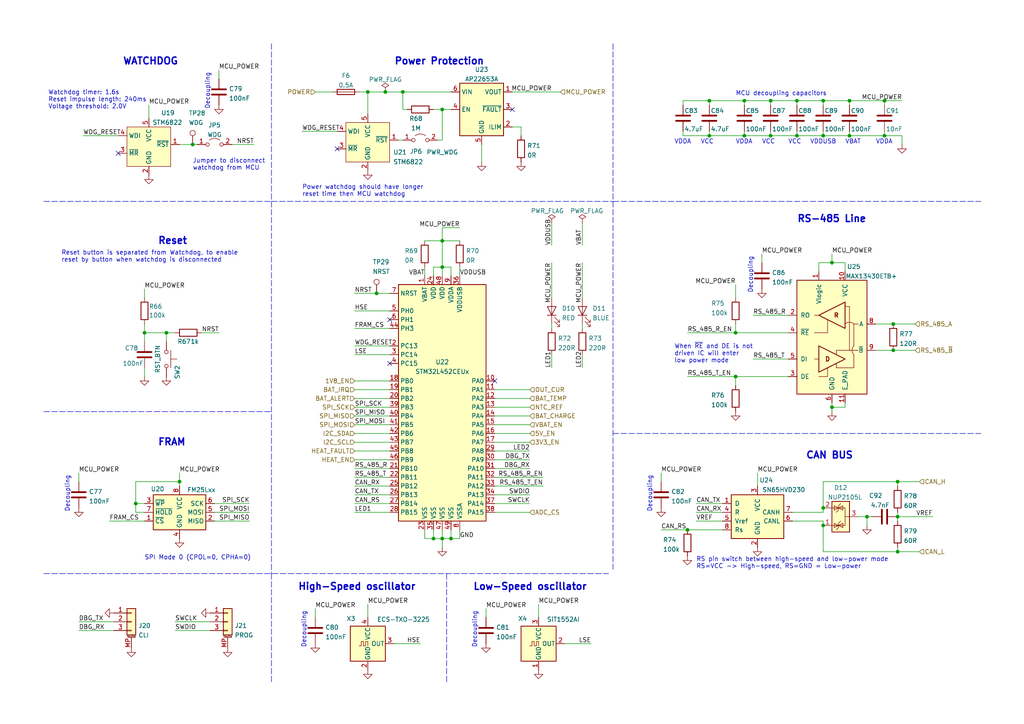
<source format=kicad_sch>
(kicad_sch (version 20210621) (generator eeschema)
  (paper "A4")
  (title_block (title "BUTCube - EPS") (date "2021-06-01") (rev "v1.0") (company "VUT - FIT(STRaDe) & FME(IAE & IPE)") (comment 1 "Author: Petr Malaník"))
  (lib_symbols
    (symbol "Connector:TestPoint" (pin_numbers hide) (pin_names (offset 0.762) hide)
      (property "Reference" "TP" (at 0 6.858 0))
      (property "Value" "TestPoint" (at 0 5.08 0))
      (symbol "TestPoint_1_1"
        (pin passive line (at 0 0 90) (length 2.54) (name "1") (number "1"))
      )
    )
    (symbol "Connector_Generic_MountingPin:Conn_01x03_MountingPin" (pin_names (offset 1.016) hide)
      (property "Reference" "J" (at 0 5.08 0))
      (property "Value" "Conn_01x03_MountingPin" (at 1.27 -5.08 0))
      (symbol "Conn_01x03_MountingPin_1_1"
        (text "Mounting" (at 0 -4.191 0) (effects (font (size 0.381 0.381))))
        (pin passive line (at -5.08 2.54 0) (length 3.81) (name "Pin_1") (number "1"))
        (pin passive line (at -5.08 0 0) (length 3.81) (name "Pin_2") (number "2"))
        (pin passive line (at -5.08 -2.54 0) (length 3.81) (name "Pin_3") (number "3"))
        (pin passive line (at 0 -7.62 90) (length 3.048) (name "MountPin") (number "MP"))
      )
    )
    (symbol "Device:C" (pin_numbers hide) (pin_names (offset 0.254))
      (property "Reference" "C" (at 0.635 2.54 0))
      (property "Value" "C" (at 0.635 -2.54 0))
      (symbol "C_1_1"
        (pin passive line (at 0 3.81 270) (length 2.794) (name "~") (number "1"))
        (pin passive line (at 0 -3.81 90) (length 2.794) (name "~") (number "2"))
      )
    )
    (symbol "Device:Fuse" (pin_numbers hide) (pin_names (offset 0))
      (property "Reference" "F" (at 2.032 0 90))
      (property "Value" "Fuse" (at -1.905 0 90))
      (symbol "Fuse_1_1"
        (pin passive line (at 0 3.81 270) (length 1.27) (name "~") (number "1"))
        (pin passive line (at 0 -3.81 90) (length 1.27) (name "~") (number "2"))
      )
    )
    (symbol "Device:LED" (pin_numbers hide) (pin_names (offset 1.016) hide)
      (property "Reference" "D" (at 0 2.54 0))
      (property "Value" "LED" (at 0 -2.54 0))
      (symbol "LED_1_1"
        (pin passive line (at -3.81 0 0) (length 2.54) (name "K") (number "1"))
        (pin passive line (at 3.81 0 180) (length 2.54) (name "A") (number "2"))
      )
    )
    (symbol "Device:R" (pin_numbers hide) (pin_names (offset 0))
      (property "Reference" "R" (at 2.032 0 90))
      (property "Value" "R" (at 0 0 90))
      (symbol "R_1_1"
        (pin passive line (at 0 3.81 270) (length 1.27) (name "~") (number "1"))
        (pin passive line (at 0 -3.81 90) (length 1.27) (name "~") (number "2"))
      )
    )
    (symbol "Interface_CAN_LIN:SN65HVD230" (pin_names (offset 1.016))
      (property "Reference" "U" (at -2.54 10.16 0))
      (property "Value" "SN65HVD230" (at -2.54 7.62 0))
      (symbol "SN65HVD230_1_1"
        (pin input line (at -10.16 2.54 0) (length 2.54) (name "D") (number "1"))
        (pin power_in line (at 0 -10.16 90) (length 2.54) (name "GND") (number "2"))
        (pin power_in line (at 0 7.62 270) (length 2.54) (name "VCC") (number "3"))
        (pin output line (at -10.16 0 0) (length 2.54) (name "R") (number "4"))
        (pin output line (at -10.16 -2.54 0) (length 2.54) (name "Vref") (number "5"))
        (pin bidirectional line (at 10.16 -2.54 180) (length 2.54) (name "CANL") (number "6"))
        (pin bidirectional line (at 10.16 0 180) (length 2.54) (name "CANH") (number "7"))
        (pin input line (at -10.16 -5.08 0) (length 2.54) (name "Rs") (number "8"))
      )
    )
    (symbol "Jumper:Jumper_2_Open" (pin_names (offset 0) hide)
      (property "Reference" "JP" (at 0 2.794 0))
      (property "Value" "Jumper_2_Open" (at 0 -2.286 0))
      (symbol "Jumper_2_Open_1_1"
        (pin passive line (at -5.08 0 0) (length 2.54) (name "A") (number "1"))
        (pin passive line (at 5.08 0 180) (length 2.54) (name "B") (number "2"))
      )
    )
    (symbol "MCU_ST_STM32L4:STM32L452CEUx"
      (property "Reference" "U" (at -12.7 34.29 0))
      (property "Value" "STM32L452CEUx" (at 7.62 34.29 0))
      (symbol "STM32L452CEUx_1_1"
        (pin power_in line (at -5.08 35.56 270) (length 2.54) (name "VBAT") (number "1"))
        (pin bidirectional line (at 15.24 5.08 180) (length 2.54) (name "PA0") (number "10"))
        (pin bidirectional line (at 15.24 2.54 180) (length 2.54) (name "PA1") (number "11"))
        (pin bidirectional line (at 15.24 0 180) (length 2.54) (name "PA2") (number "12"))
        (pin bidirectional line (at 15.24 -2.54 180) (length 2.54) (name "PA3") (number "13"))
        (pin bidirectional line (at 15.24 -5.08 180) (length 2.54) (name "PA4") (number "14"))
        (pin bidirectional line (at 15.24 -7.62 180) (length 2.54) (name "PA5") (number "15"))
        (pin bidirectional line (at 15.24 -10.16 180) (length 2.54) (name "PA6") (number "16"))
        (pin bidirectional line (at 15.24 -12.7 180) (length 2.54) (name "PA7") (number "17"))
        (pin bidirectional line (at -15.24 5.08 0) (length 2.54) (name "PB0") (number "18"))
        (pin bidirectional line (at -15.24 2.54 0) (length 2.54) (name "PB1") (number "19"))
        (pin bidirectional line (at -15.24 15.24 0) (length 2.54) (name "PC13") (number "2"))
        (pin bidirectional line (at -15.24 0 0) (length 2.54) (name "PB2") (number "20"))
        (pin bidirectional line (at -15.24 -20.32 0) (length 2.54) (name "PB10") (number "21"))
        (pin bidirectional line (at -15.24 -22.86 0) (length 2.54) (name "PB11") (number "22"))
        (pin power_in line (at -5.08 -38.1 90) (length 2.54) (name "VSS") (number "23"))
        (pin power_in line (at -2.54 35.56 270) (length 2.54) (name "VDD") (number "24"))
        (pin bidirectional line (at -15.24 -25.4 0) (length 2.54) (name "PB12") (number "25"))
        (pin bidirectional line (at -15.24 -27.94 0) (length 2.54) (name "PB13") (number "26"))
        (pin bidirectional line (at -15.24 -30.48 0) (length 2.54) (name "PB14") (number "27"))
        (pin bidirectional line (at -15.24 -33.02 0) (length 2.54) (name "PB15") (number "28"))
        (pin bidirectional line (at 15.24 -15.24 180) (length 2.54) (name "PA8") (number "29"))
        (pin bidirectional line (at -15.24 12.7 0) (length 2.54) (name "PC14") (number "3"))
        (pin bidirectional line (at 15.24 -17.78 180) (length 2.54) (name "PA9") (number "30"))
        (pin bidirectional line (at 15.24 -20.32 180) (length 2.54) (name "PA10") (number "31"))
        (pin bidirectional line (at 15.24 -22.86 180) (length 2.54) (name "PA11") (number "32"))
        (pin bidirectional line (at 15.24 -25.4 180) (length 2.54) (name "PA12") (number "33"))
        (pin bidirectional line (at 15.24 -27.94 180) (length 2.54) (name "PA13") (number "34"))
        (pin power_in line (at -2.54 -38.1 90) (length 2.54) (name "VSS") (number "35"))
        (pin power_in line (at 5.08 35.56 270) (length 2.54) (name "VDDUSB") (number "36"))
        (pin bidirectional line (at 15.24 -30.48 180) (length 2.54) (name "PA14") (number "37"))
        (pin bidirectional line (at 15.24 -33.02 180) (length 2.54) (name "PA15") (number "38"))
        (pin bidirectional line (at -15.24 -2.54 0) (length 2.54) (name "PB3") (number "39"))
        (pin bidirectional line (at -15.24 10.16 0) (length 2.54) (name "PC15") (number "4"))
        (pin bidirectional line (at -15.24 -5.08 0) (length 2.54) (name "PB4") (number "40"))
        (pin bidirectional line (at -15.24 -7.62 0) (length 2.54) (name "PB5") (number "41"))
        (pin bidirectional line (at -15.24 -10.16 0) (length 2.54) (name "PB6") (number "42"))
        (pin bidirectional line (at -15.24 -12.7 0) (length 2.54) (name "PB7") (number "43"))
        (pin bidirectional line (at -15.24 20.32 0) (length 2.54) (name "PH3") (number "44"))
        (pin bidirectional line (at -15.24 -15.24 0) (length 2.54) (name "PB8") (number "45"))
        (pin bidirectional line (at -15.24 -17.78 0) (length 2.54) (name "PB9") (number "46"))
        (pin power_in line (at 0 -38.1 90) (length 2.54) (name "VSS") (number "47"))
        (pin power_in line (at 0 35.56 270) (length 2.54) (name "VDD") (number "48"))
        (pin power_in line (at 2.54 -38.1 90) (length 2.54) (name "VSS") (number "49"))
        (pin input line (at -15.24 25.4 0) (length 2.54) (name "PH0") (number "5"))
        (pin input line (at -15.24 22.86 0) (length 2.54) (name "PH1") (number "6"))
        (pin input line (at -15.24 30.48 0) (length 2.54) (name "NRST") (number "7"))
        (pin power_in line (at 5.08 -38.1 90) (length 2.54) (name "VSSA") (number "8"))
        (pin power_in line (at 2.54 35.56 270) (length 2.54) (name "VDDA") (number "9"))
      )
    )
    (symbol "Power_Protection:NUP2105L" (pin_names hide)
      (property "Reference" "D" (at 5.715 2.54 0))
      (property "Value" "NUP2105L" (at 5.715 0.635 0))
      (symbol "NUP2105L_0_0"
        (pin passive line (at 0 -5.08 90) (length 2.54) (name "A") (number "3"))
      )
      (symbol "NUP2105L_1_1"
        (pin passive line (at -2.54 5.08 270) (length 2.54) (name "K") (number "1"))
        (pin passive line (at 2.54 5.08 270) (length 2.54) (name "K") (number "2"))
      )
    )
    (symbol "Switch:SW_Push" (pin_numbers hide) (pin_names (offset 1.016) hide)
      (property "Reference" "SW" (at 1.27 2.54 0))
      (property "Value" "SW_Push" (at 0 -1.524 0))
      (symbol "SW_Push_0_1"
        (pin passive line (at -5.08 0 0) (length 2.54) (name "1") (number "1"))
        (pin passive line (at 5.08 0 180) (length 2.54) (name "2") (number "2"))
      )
    )
    (symbol "TCY_IC:MAX13430ETB+" (pin_names (offset 1.016))
      (property "Reference" "U" (at -10.16 19.05 0))
      (property "Value" "MAX13430ETB+" (at 5.08 19.05 0))
      (symbol "MAX13430ETB+_0_0"
        (text "D" (at -1.27 -5.08 0) (effects (font (size 1.27 1.27) bold)))
        (text "R" (at 1.27 7.62 0) (effects (font (size 1.27 1.27) bold)))
      )
      (symbol "MAX13430ETB+_1_1"
        (pin power_in line (at -3.81 20.32 270) (length 2.54) (name "Vlogic") (number "1"))
        (pin power_in line (at 3.81 20.32 270) (length 2.54) (name "VCC") (number "10"))
        (pin power_in line (at 3.81 -17.78 90) (length 2.54) (name "E_PAD") (number "11"))
        (pin output line (at -12.7 7.62 0) (length 2.54) (name "RO") (number "2"))
        (pin input line (at -12.7 -10.16 0) (length 2.54) (name "DE") (number "3"))
        (pin input line (at -12.7 2.54 0) (length 2.54) (name "~{RE}") (number "4"))
        (pin input line (at -12.7 -5.08 0) (length 2.54) (name "DI") (number "5"))
        (pin power_in line (at 0 -17.78 90) (length 2.54) (name "GND") (number "6"))
        (pin no_connect line (at 10.16 1.27 180) (length 2.54) hide (name "NC") (number "7"))
        (pin input line (at 12.7 5.08 180) (length 2.54) (name "A") (number "8"))
        (pin input line (at 12.7 -2.54 180) (length 2.54) (name "~{B}") (number "9"))
      )
    )
    (symbol "TCY_IC:STM6822"
      (property "Reference" "U" (at 6.35 13.97 0))
      (property "Value" "STM6822" (at 6.35 16.51 0))
      (symbol "STM6822_1_1"
        (pin open_collector line (at 8.89 6.35 180) (length 2.54) (name "~{RST}") (number "1"))
        (pin passive line (at 0 -2.54 90) (length 2.54) (name "GND") (number "2"))
        (pin input line (at -8.89 3.81 0) (length 2.54) (name "~{MR}") (number "3"))
        (pin input line (at -8.89 8.89 0) (length 2.54) (name "WDI") (number "4"))
        (pin power_in line (at 0 13.97 270) (length 2.54) (name "VCC") (number "5"))
      )
    )
    (symbol "TCY_memory:FM25Lxx"
      (property "Reference" "U" (at -7.62 6.35 0))
      (property "Value" "FM25Lxx" (at 2.54 -6.35 0))
      (symbol "FM25Lxx_1_1"
        (pin input line (at -10.16 -2.54 0) (length 2.54) (name "~{CS}") (number "1"))
        (pin tri_state line (at 10.16 -2.54 180) (length 2.54) (name "MISO") (number "2"))
        (pin input line (at -10.16 2.54 0) (length 2.54) (name "~{WP}") (number "3"))
        (pin power_in line (at 0 -7.62 90) (length 2.54) (name "GND") (number "4"))
        (pin input line (at 10.16 0 180) (length 2.54) (name "MOSI") (number "5"))
        (pin input line (at 10.16 2.54 180) (length 2.54) (name "SCK") (number "6"))
        (pin input line (at -10.16 0 0) (length 2.54) (name "~{HOLD}") (number "7"))
        (pin power_in line (at 0 7.62 270) (length 2.54) (name "VCC") (number "8"))
        (pin passive line (at 0 -7.62 90) (length 2.54) hide (name "GND") (number "9"))
      )
    )
    (symbol "TCY_ocillators:ECS-TXO-3225" (pin_names (offset 0.254))
      (property "Reference" "X" (at -6.35 6.35 0))
      (property "Value" "ECS-TXO-3225" (at 1.27 6.35 0))
      (symbol "ECS-TXO-3225_1_1"
        (pin no_connect line (at -7.62 0 0) (length 2.54) hide (name "NC") (number "1"))
        (pin power_in line (at 0 -7.62 90) (length 2.54) (name "GND") (number "2"))
        (pin output line (at 7.62 0 180) (length 2.54) (name "OUT") (number "3"))
        (pin power_in line (at 0 7.62 270) (length 2.54) (name "VCC") (number "4"))
      )
    )
    (symbol "TCY_ocillators:SiT1552AI" (pin_names (offset 0.254))
      (property "Reference" "X" (at -6.35 6.35 0))
      (property "Value" "SiT1552AI" (at 1.27 6.35 0))
      (symbol "SiT1552AI_1_1"
        (pin power_in line (at 0 -7.62 90) (length 2.54) (name "GND") (number "1"))
        (pin output line (at 7.62 0 180) (length 2.54) (name "OUT") (number "2"))
        (pin power_in line (at 0 7.62 270) (length 2.54) (name "VCC") (number "3"))
        (pin power_in line (at 0 -7.62 90) (length 2.54) hide (name "GND") (number "4"))
      )
    )
    (symbol "TCY_power_management:AP22653"
      (property "Reference" "U" (at 8.89 7.62 0))
      (property "Value" "AP22653" (at 0 7.62 0))
      (symbol "AP22653_1_1"
        (pin power_out line (at 8.89 2.54 180) (length 2.54) (name "VOUT") (number "1"))
        (pin passive line (at 8.89 -7.62 180) (length 2.54) (name "ILIM") (number "2"))
        (pin output line (at 8.89 -2.54 180) (length 2.54) (name "~{FAULT}") (number "3"))
        (pin input line (at -8.89 -2.54 0) (length 2.54) (name "EN") (number "4"))
        (pin passive line (at 0 -12.7 90) (length 2.54) (name "GND") (number "5"))
        (pin power_in line (at -8.89 2.54 0) (length 2.54) (name "VIN") (number "6"))
        (pin passive line (at 0 -12.7 90) (length 2.54) hide (name "E_PAD") (number "7"))
      )
    )
    (symbol "power:GND" (power) (pin_names (offset 0))
      (property "Value" "GND" (at 0 -3.81 0))
      (symbol "GND_1_1"
        (pin power_in line (at 0 0 270) (length 0) hide (name "GND") (number "1"))
      )
    )
    (symbol "power:PWR_FLAG" (power) (pin_numbers hide) (pin_names (offset 0) hide)
      (property "Value" "PWR_FLAG" (at 0 3.81 0))
      (symbol "PWR_FLAG_0_0"
        (pin power_out line (at 0 0 90) (length 0) (name "pwr") (number "1"))
      )
    )
  )
  (junction (at 39.37 146.05) (diameter 0.9144))
  (junction (at 41.91 96.52) (diameter 0.9144))
  (junction (at 48.26 96.52) (diameter 0.9144))
  (junction (at 52.07 139.7) (diameter 0.9144))
  (junction (at 55.88 41.91) (diameter 0.9144))
  (junction (at 106.68 26.67) (diameter 0.9144))
  (junction (at 109.22 85.09) (diameter 0.9144))
  (junction (at 111.76 26.67) (diameter 0.9144))
  (junction (at 116.84 26.67) (diameter 0.9144))
  (junction (at 125.73 156.21) (diameter 0.9144))
  (junction (at 128.27 31.75) (diameter 0.9144))
  (junction (at 128.27 69.85) (diameter 0.9144))
  (junction (at 128.27 77.47) (diameter 0.9144))
  (junction (at 128.27 156.21) (diameter 0.9144))
  (junction (at 130.81 156.21) (diameter 0.9144))
  (junction (at 199.39 153.67) (diameter 0.9144))
  (junction (at 205.74 29.21) (diameter 0.9144))
  (junction (at 205.74 39.37) (diameter 0.9144))
  (junction (at 213.36 96.52) (diameter 0.9144))
  (junction (at 213.36 109.22) (diameter 0.9144))
  (junction (at 215.9 29.21) (diameter 0.9144))
  (junction (at 215.9 39.37) (diameter 0.9144))
  (junction (at 223.52 29.21) (diameter 0.9144))
  (junction (at 223.52 39.37) (diameter 0.9144))
  (junction (at 231.14 29.21) (diameter 0.9144))
  (junction (at 231.14 39.37) (diameter 0.9144))
  (junction (at 238.76 29.21) (diameter 0.9144))
  (junction (at 238.76 39.37) (diameter 0.9144))
  (junction (at 238.76 147.32) (diameter 0.9144))
  (junction (at 238.76 152.4) (diameter 0.9144))
  (junction (at 241.3 76.2) (diameter 0.9144))
  (junction (at 241.3 118.11) (diameter 0.9144))
  (junction (at 246.38 29.21) (diameter 0.9144))
  (junction (at 246.38 39.37) (diameter 0.9144))
  (junction (at 251.46 149.86) (diameter 0.9144))
  (junction (at 256.54 29.21) (diameter 0.9144))
  (junction (at 256.54 39.37) (diameter 0.9144))
  (junction (at 259.08 93.98) (diameter 0.9144))
  (junction (at 259.08 101.6) (diameter 0.9144))
  (junction (at 260.35 139.7) (diameter 0.9144))
  (junction (at 260.35 149.86) (diameter 0.9144))
  (junction (at 260.35 160.02) (diameter 0.9144))
  (no_connect (at 34.29 44.45))
  (no_connect (at 97.79 43.18))
  (no_connect (at 113.03 92.71))
  (no_connect (at 113.03 105.41))
  (no_connect (at 143.51 110.49))
  (no_connect (at 148.59 31.75))
  (wire (pts (xy 22.86 137.16) (xy 22.86 139.7)))
  (wire (pts (xy 24.13 39.37) (xy 34.29 39.37)))
  (wire (pts (xy 31.75 151.13) (xy 41.91 151.13)))
  (wire (pts (xy 33.02 180.34) (xy 22.86 180.34)))
  (wire (pts (xy 33.02 182.88) (xy 22.86 182.88)))
  (wire (pts (xy 39.37 139.7) (xy 52.07 139.7)))
  (wire (pts (xy 39.37 146.05) (xy 39.37 139.7)))
  (wire (pts (xy 39.37 146.05) (xy 41.91 146.05)))
  (wire (pts (xy 39.37 148.59) (xy 39.37 146.05)))
  (wire (pts (xy 41.91 83.82) (xy 41.91 86.36)))
  (wire (pts (xy 41.91 93.98) (xy 41.91 96.52)))
  (wire (pts (xy 41.91 96.52) (xy 41.91 99.06)))
  (wire (pts (xy 41.91 96.52) (xy 48.26 96.52)))
  (wire (pts (xy 41.91 106.68) (xy 41.91 109.22)))
  (wire (pts (xy 41.91 148.59) (xy 39.37 148.59)))
  (wire (pts (xy 43.18 30.48) (xy 43.18 34.29)))
  (wire (pts (xy 48.26 96.52) (xy 48.26 99.06)))
  (wire (pts (xy 48.26 96.52) (xy 50.8 96.52)))
  (wire (pts (xy 52.07 41.91) (xy 55.88 41.91)))
  (wire (pts (xy 52.07 137.16) (xy 52.07 139.7)))
  (wire (pts (xy 52.07 139.7) (xy 52.07 140.97)))
  (wire (pts (xy 55.88 41.91) (xy 57.15 41.91)))
  (wire (pts (xy 58.42 96.52) (xy 63.5 96.52)))
  (wire (pts (xy 60.96 180.34) (xy 50.8 180.34)))
  (wire (pts (xy 60.96 182.88) (xy 50.8 182.88)))
  (wire (pts (xy 63.5 20.32) (xy 63.5 22.86)))
  (wire (pts (xy 67.31 41.91) (xy 73.66 41.91)))
  (wire (pts (xy 72.39 146.05) (xy 62.23 146.05)))
  (wire (pts (xy 72.39 148.59) (xy 62.23 148.59)))
  (wire (pts (xy 72.39 151.13) (xy 62.23 151.13)))
  (wire (pts (xy 87.63 38.1) (xy 97.79 38.1)))
  (wire (pts (xy 91.44 26.67) (xy 96.52 26.67)))
  (wire (pts (xy 91.44 176.53) (xy 91.44 179.07)))
  (wire (pts (xy 102.87 85.09) (xy 109.22 85.09)))
  (wire (pts (xy 102.87 90.17) (xy 113.03 90.17)))
  (wire (pts (xy 102.87 95.25) (xy 113.03 95.25)))
  (wire (pts (xy 102.87 100.33) (xy 113.03 100.33)))
  (wire (pts (xy 102.87 102.87) (xy 113.03 102.87)))
  (wire (pts (xy 102.87 110.49) (xy 113.03 110.49)))
  (wire (pts (xy 102.87 113.03) (xy 113.03 113.03)))
  (wire (pts (xy 102.87 115.57) (xy 113.03 115.57)))
  (wire (pts (xy 102.87 118.11) (xy 113.03 118.11)))
  (wire (pts (xy 102.87 120.65) (xy 113.03 120.65)))
  (wire (pts (xy 102.87 123.19) (xy 113.03 123.19)))
  (wire (pts (xy 102.87 125.73) (xy 113.03 125.73)))
  (wire (pts (xy 102.87 128.27) (xy 113.03 128.27)))
  (wire (pts (xy 102.87 130.81) (xy 113.03 130.81)))
  (wire (pts (xy 102.87 133.35) (xy 113.03 133.35)))
  (wire (pts (xy 102.87 135.89) (xy 113.03 135.89)))
  (wire (pts (xy 102.87 138.43) (xy 113.03 138.43)))
  (wire (pts (xy 102.87 140.97) (xy 113.03 140.97)))
  (wire (pts (xy 102.87 143.51) (xy 113.03 143.51)))
  (wire (pts (xy 102.87 146.05) (xy 113.03 146.05)))
  (wire (pts (xy 102.87 148.59) (xy 113.03 148.59)))
  (wire (pts (xy 104.14 26.67) (xy 106.68 26.67)))
  (wire (pts (xy 106.68 26.67) (xy 111.76 26.67)))
  (wire (pts (xy 106.68 33.02) (xy 106.68 26.67)))
  (wire (pts (xy 106.68 175.26) (xy 106.68 179.07)))
  (wire (pts (xy 109.22 85.09) (xy 113.03 85.09)))
  (wire (pts (xy 111.76 26.67) (xy 116.84 26.67)))
  (wire (pts (xy 114.3 186.69) (xy 121.92 186.69)))
  (wire (pts (xy 115.57 40.64) (xy 116.84 40.64)))
  (wire (pts (xy 116.84 26.67) (xy 116.84 31.75)))
  (wire (pts (xy 116.84 26.67) (xy 130.81 26.67)))
  (wire (pts (xy 118.11 31.75) (xy 116.84 31.75)))
  (wire (pts (xy 123.19 69.85) (xy 128.27 69.85)))
  (wire (pts (xy 123.19 77.47) (xy 123.19 80.01)))
  (wire (pts (xy 123.19 156.21) (xy 123.19 153.67)))
  (wire (pts (xy 125.73 31.75) (xy 128.27 31.75)))
  (wire (pts (xy 125.73 77.47) (xy 125.73 80.01)))
  (wire (pts (xy 125.73 77.47) (xy 128.27 77.47)))
  (wire (pts (xy 125.73 153.67) (xy 125.73 156.21)))
  (wire (pts (xy 125.73 156.21) (xy 123.19 156.21)))
  (wire (pts (xy 127 40.64) (xy 128.27 40.64)))
  (wire (pts (xy 128.27 31.75) (xy 128.27 40.64)))
  (wire (pts (xy 128.27 31.75) (xy 130.81 31.75)))
  (wire (pts (xy 128.27 66.04) (xy 133.35 66.04)))
  (wire (pts (xy 128.27 69.85) (xy 128.27 66.04)))
  (wire (pts (xy 128.27 69.85) (xy 128.27 77.47)))
  (wire (pts (xy 128.27 69.85) (xy 133.35 69.85)))
  (wire (pts (xy 128.27 77.47) (xy 128.27 80.01)))
  (wire (pts (xy 128.27 153.67) (xy 128.27 156.21)))
  (wire (pts (xy 128.27 156.21) (xy 125.73 156.21)))
  (wire (pts (xy 128.27 156.21) (xy 130.81 156.21)))
  (wire (pts (xy 128.27 158.75) (xy 128.27 156.21)))
  (wire (pts (xy 130.81 77.47) (xy 128.27 77.47)))
  (wire (pts (xy 130.81 80.01) (xy 130.81 77.47)))
  (wire (pts (xy 130.81 153.67) (xy 130.81 156.21)))
  (wire (pts (xy 130.81 156.21) (xy 133.35 156.21)))
  (wire (pts (xy 133.35 77.47) (xy 133.35 80.01)))
  (wire (pts (xy 133.35 156.21) (xy 133.35 153.67)))
  (wire (pts (xy 139.7 41.91) (xy 139.7 46.99)))
  (wire (pts (xy 140.97 176.53) (xy 140.97 179.07)))
  (wire (pts (xy 143.51 113.03) (xy 153.67 113.03)))
  (wire (pts (xy 143.51 115.57) (xy 153.67 115.57)))
  (wire (pts (xy 143.51 118.11) (xy 153.67 118.11)))
  (wire (pts (xy 143.51 120.65) (xy 153.67 120.65)))
  (wire (pts (xy 143.51 123.19) (xy 153.67 123.19)))
  (wire (pts (xy 143.51 125.73) (xy 153.67 125.73)))
  (wire (pts (xy 143.51 128.27) (xy 153.67 128.27)))
  (wire (pts (xy 143.51 130.81) (xy 153.67 130.81)))
  (wire (pts (xy 143.51 133.35) (xy 153.67 133.35)))
  (wire (pts (xy 143.51 135.89) (xy 153.67 135.89)))
  (wire (pts (xy 143.51 138.43) (xy 157.48 138.43)))
  (wire (pts (xy 143.51 140.97) (xy 157.48 140.97)))
  (wire (pts (xy 143.51 143.51) (xy 153.67 143.51)))
  (wire (pts (xy 143.51 146.05) (xy 153.67 146.05)))
  (wire (pts (xy 143.51 148.59) (xy 153.67 148.59)))
  (wire (pts (xy 148.59 26.67) (xy 162.56 26.67)))
  (wire (pts (xy 148.59 36.83) (xy 151.13 36.83)))
  (wire (pts (xy 151.13 36.83) (xy 151.13 39.37)))
  (wire (pts (xy 156.21 175.26) (xy 156.21 179.07)))
  (wire (pts (xy 160.02 64.77) (xy 160.02 71.12)))
  (wire (pts (xy 160.02 76.2) (xy 160.02 86.36)))
  (wire (pts (xy 160.02 93.98) (xy 160.02 95.25)))
  (wire (pts (xy 160.02 102.87) (xy 160.02 106.68)))
  (wire (pts (xy 163.83 186.69) (xy 171.45 186.69)))
  (wire (pts (xy 168.91 64.77) (xy 168.91 71.12)))
  (wire (pts (xy 168.91 76.2) (xy 168.91 86.36)))
  (wire (pts (xy 168.91 93.98) (xy 168.91 95.25)))
  (wire (pts (xy 168.91 102.87) (xy 168.91 106.68)))
  (wire (pts (xy 191.77 137.16) (xy 191.77 139.7)))
  (wire (pts (xy 191.77 153.67) (xy 199.39 153.67)))
  (wire (pts (xy 198.12 29.21) (xy 205.74 29.21)))
  (wire (pts (xy 198.12 30.48) (xy 198.12 29.21)))
  (wire (pts (xy 198.12 39.37) (xy 198.12 38.1)))
  (wire (pts (xy 199.39 96.52) (xy 213.36 96.52)))
  (wire (pts (xy 199.39 109.22) (xy 213.36 109.22)))
  (wire (pts (xy 199.39 153.67) (xy 209.55 153.67)))
  (wire (pts (xy 201.93 146.05) (xy 209.55 146.05)))
  (wire (pts (xy 201.93 148.59) (xy 209.55 148.59)))
  (wire (pts (xy 201.93 151.13) (xy 209.55 151.13)))
  (wire (pts (xy 205.74 29.21) (xy 205.74 30.48)))
  (wire (pts (xy 205.74 29.21) (xy 215.9 29.21)))
  (wire (pts (xy 205.74 38.1) (xy 205.74 39.37)))
  (wire (pts (xy 205.74 39.37) (xy 198.12 39.37)))
  (wire (pts (xy 205.74 39.37) (xy 215.9 39.37)))
  (wire (pts (xy 213.36 82.55) (xy 213.36 86.36)))
  (wire (pts (xy 213.36 93.98) (xy 213.36 96.52)))
  (wire (pts (xy 213.36 96.52) (xy 228.6 96.52)))
  (wire (pts (xy 213.36 109.22) (xy 213.36 111.76)))
  (wire (pts (xy 213.36 109.22) (xy 228.6 109.22)))
  (wire (pts (xy 215.9 29.21) (xy 223.52 29.21)))
  (wire (pts (xy 215.9 30.48) (xy 215.9 29.21)))
  (wire (pts (xy 215.9 39.37) (xy 215.9 38.1)))
  (wire (pts (xy 218.44 91.44) (xy 228.6 91.44)))
  (wire (pts (xy 218.44 104.14) (xy 228.6 104.14)))
  (wire (pts (xy 219.71 137.16) (xy 219.71 140.97)))
  (wire (pts (xy 220.98 73.66) (xy 220.98 76.2)))
  (wire (pts (xy 223.52 29.21) (xy 231.14 29.21)))
  (wire (pts (xy 223.52 30.48) (xy 223.52 29.21)))
  (wire (pts (xy 223.52 39.37) (xy 215.9 39.37)))
  (wire (pts (xy 223.52 39.37) (xy 223.52 38.1)))
  (wire (pts (xy 229.87 148.59) (xy 238.76 148.59)))
  (wire (pts (xy 229.87 151.13) (xy 238.76 151.13)))
  (wire (pts (xy 231.14 29.21) (xy 231.14 30.48)))
  (wire (pts (xy 231.14 29.21) (xy 238.76 29.21)))
  (wire (pts (xy 231.14 38.1) (xy 231.14 39.37)))
  (wire (pts (xy 231.14 39.37) (xy 223.52 39.37)))
  (wire (pts (xy 237.49 76.2) (xy 241.3 76.2)))
  (wire (pts (xy 237.49 78.74) (xy 237.49 76.2)))
  (wire (pts (xy 238.76 29.21) (xy 238.76 30.48)))
  (wire (pts (xy 238.76 29.21) (xy 246.38 29.21)))
  (wire (pts (xy 238.76 38.1) (xy 238.76 39.37)))
  (wire (pts (xy 238.76 39.37) (xy 231.14 39.37)))
  (wire (pts (xy 238.76 139.7) (xy 238.76 147.32)))
  (wire (pts (xy 238.76 148.59) (xy 238.76 147.32)))
  (wire (pts (xy 238.76 151.13) (xy 238.76 152.4)))
  (wire (pts (xy 238.76 152.4) (xy 238.76 160.02)))
  (wire (pts (xy 241.3 76.2) (xy 241.3 73.66)))
  (wire (pts (xy 241.3 116.84) (xy 241.3 118.11)))
  (wire (pts (xy 241.3 118.11) (xy 241.3 119.38)))
  (wire (pts (xy 245.11 76.2) (xy 241.3 76.2)))
  (wire (pts (xy 245.11 78.74) (xy 245.11 76.2)))
  (wire (pts (xy 245.11 116.84) (xy 245.11 118.11)))
  (wire (pts (xy 245.11 118.11) (xy 241.3 118.11)))
  (wire (pts (xy 246.38 29.21) (xy 246.38 30.48)))
  (wire (pts (xy 246.38 29.21) (xy 256.54 29.21)))
  (wire (pts (xy 246.38 38.1) (xy 246.38 39.37)))
  (wire (pts (xy 246.38 39.37) (xy 238.76 39.37)))
  (wire (pts (xy 246.38 39.37) (xy 256.54 39.37)))
  (wire (pts (xy 248.92 149.86) (xy 251.46 149.86)))
  (wire (pts (xy 251.46 149.86) (xy 251.46 152.4)))
  (wire (pts (xy 251.46 149.86) (xy 252.73 149.86)))
  (wire (pts (xy 254 93.98) (xy 259.08 93.98)))
  (wire (pts (xy 254 101.6) (xy 259.08 101.6)))
  (wire (pts (xy 256.54 29.21) (xy 256.54 30.48)))
  (wire (pts (xy 256.54 29.21) (xy 261.62 29.21)))
  (wire (pts (xy 256.54 38.1) (xy 256.54 39.37)))
  (wire (pts (xy 256.54 39.37) (xy 261.62 39.37)))
  (wire (pts (xy 259.08 93.98) (xy 265.43 93.98)))
  (wire (pts (xy 259.08 101.6) (xy 265.43 101.6)))
  (wire (pts (xy 260.35 139.7) (xy 238.76 139.7)))
  (wire (pts (xy 260.35 139.7) (xy 260.35 140.97)))
  (wire (pts (xy 260.35 148.59) (xy 260.35 149.86)))
  (wire (pts (xy 260.35 149.86) (xy 270.51 149.86)))
  (wire (pts (xy 260.35 151.13) (xy 260.35 149.86)))
  (wire (pts (xy 260.35 158.75) (xy 260.35 160.02)))
  (wire (pts (xy 260.35 160.02) (xy 238.76 160.02)))
  (wire (pts (xy 261.62 39.37) (xy 261.62 41.91)))
  (wire (pts (xy 266.7 139.7) (xy 260.35 139.7)))
  (wire (pts (xy 266.7 160.02) (xy 260.35 160.02)))
  (polyline (pts (xy 12.7 58.42) (xy 78.74 58.42)) (stroke (width 0) (type dash)))
  (polyline (pts (xy 12.7 119.38) (xy 78.74 119.38)) (stroke (width 0) (type dash)))
  (polyline (pts (xy 12.7 166.37) (xy 176.53 166.37)) (stroke (width 0) (type dash)))
  (polyline (pts (xy 78.74 12.7) (xy 78.74 166.37)) (stroke (width 0) (type dash)))
  (polyline (pts (xy 78.74 58.42) (xy 177.8 58.42)) (stroke (width 0) (type dash)))
  (polyline (pts (xy 78.74 166.37) (xy 78.74 198.12)) (stroke (width 0) (type dash)))
  (polyline (pts (xy 129.54 166.37) (xy 129.54 198.12)) (stroke (width 0) (type dash)))
  (polyline (pts (xy 177.8 12.7) (xy 177.8 165.1)) (stroke (width 0) (type dash)))
  (polyline (pts (xy 177.8 58.42) (xy 284.48 58.42)) (stroke (width 0) (type dash)))
  (polyline (pts (xy 177.8 125.73) (xy 284.48 125.73)) (stroke (width 0) (type dash)))
  (text "Watchdog timer: 1.6s\nReset impulse length: 240ms\nVoltage threshold: 2.0V" (at 13.97 31.75 0) (effects (font (size 1.27 1.27)) (justify left bottom)))
  (text "Reset button is separated from Watchdog, to enable\nreset by button when watchdog is disconnected" (at 17.78 76.2 0) (effects (font (size 1.27 1.27)) (justify left bottom)))
  (text "Decoupling" (at 20.32 148.59 90) (effects (font (size 1.27 1.27)) (justify left bottom)))
  (text "WATCHDOG" (at 35.56 19.05 0) (effects (font (size 2 2) (thickness 0.4) bold) (justify left bottom)))
  (text "SPI Mode 0 (CPOL=0, CPHA=0)" (at 41.91 162.56 0) (effects (font (size 1.27 1.27)) (justify left bottom)))
  (text "Reset" (at 45.72 71.12 0) (effects (font (size 2 2) (thickness 0.4) bold) (justify left bottom)))
  (text "FRAM" (at 45.72 129.54 0) (effects (font (size 2 2) (thickness 0.4) bold) (justify left bottom)))
  (text "Jumper to disconnect\nwatchdog from MCU" (at 55.88 49.53 0) (effects (font (size 1.27 1.27)) (justify left bottom)))
  (text "Decoupling" (at 60.96 31.75 90) (effects (font (size 1.27 1.27)) (justify left bottom)))
  (text "High-Speed oscillator" (at 86.36 171.45 0) (effects (font (size 2 2) (thickness 0.4) bold) (justify left bottom)))
  (text "Power watchdog should have longer\nreset time then MCU watchdog" (at 87.63 57.15 0) (effects (font (size 1.27 1.27)) (justify left bottom)))
  (text "Decoupling" (at 88.9 187.96 90) (effects (font (size 1.27 1.27)) (justify left bottom)))
  (text "Power Protection" (at 114.3 19.05 0) (effects (font (size 2 2) (thickness 0.4) bold) (justify left bottom)))
  (text "Low-Speed oscillator" (at 137.16 171.45 0) (effects (font (size 2 2) (thickness 0.4) bold) (justify left bottom)))
  (text "Decoupling" (at 138.43 187.96 90) (effects (font (size 1.27 1.27)) (justify left bottom)))
  (text "Decoupling" (at 189.23 148.59 90) (effects (font (size 1.27 1.27)) (justify left bottom)))
  (text "VDDA" (at 195.58 41.91 0) (effects (font (size 1.27 1.27)) (justify left bottom)))
  (text "When ~{RE} and DE is not\ndriven IC will enter\nlow power mode" (at 195.58 105.41 0) (effects (font (size 1.27 1.27)) (justify left bottom)))
  (text "RS pin switch between high-speed and low-power mode\nRS=VCC -> High-speed, RS=GND = Low-power" (at 201.93 165.1 0) (effects (font (size 1.27 1.27)) (justify left bottom)))
  (text "VCC" (at 203.2 41.91 0) (effects (font (size 1.27 1.27)) (justify left bottom)))
  (text "MCU decoupling capacitors" (at 213.36 27.94 0) (effects (font (size 1.27 1.27)) (justify left bottom)))
  (text "VDDA" (at 213.36 41.91 0) (effects (font (size 1.27 1.27)) (justify left bottom)))
  (text "Decoupling" (at 218.44 85.09 90) (effects (font (size 1.27 1.27)) (justify left bottom)))
  (text "VCC" (at 220.98 41.91 0) (effects (font (size 1.27 1.27)) (justify left bottom)))
  (text "VCC" (at 228.6 41.91 0) (effects (font (size 1.27 1.27)) (justify left bottom)))
  (text "RS-485 Line" (at 231.14 64.77 0) (effects (font (size 2 2) (thickness 0.4) bold) (justify left bottom)))
  (text "CAN BUS" (at 233.68 133.35 0) (effects (font (size 2 2) (thickness 0.4) bold) (justify left bottom)))
  (text "VDDUSB" (at 234.95 41.91 0) (effects (font (size 1.27 1.27)) (justify left bottom)))
  (text "VBAT" (at 245.11 41.91 0) (effects (font (size 1.27 1.27)) (justify left bottom)))
  (text "VDDA" (at 254 41.91 0) (effects (font (size 1.27 1.27)) (justify left bottom)))
  (label "MCU_POWER" (at 22.86 137.16 0))
  (label "DBG_TX" (at 22.86 180.34 0))
  (label "DBG_RX" (at 22.86 182.88 0))
  (label "WDG_RESET" (at 24.13 39.37 0))
  (label "FRAM_CS" (at 31.75 151.13 0))
  (label "MCU_POWER" (at 41.91 83.82 0))
  (label "MCU_POWER" (at 43.18 30.48 0))
  (label "SWCLK" (at 50.8 180.34 0))
  (label "SWDIO" (at 50.8 182.88 0))
  (label "MCU_POWER" (at 52.07 137.16 0))
  (label "MCU_POWER" (at 63.5 20.32 0))
  (label "NRST" (at 63.5 96.52 180))
  (label "SPI_SCK" (at 72.39 146.05 180))
  (label "SPI_MOSI" (at 72.39 148.59 180))
  (label "SPI_MISO" (at 72.39 151.13 180))
  (label "NRST" (at 73.66 41.91 180))
  (label "WDG_RESET" (at 87.63 38.1 0))
  (label "MCU_POWER" (at 91.44 176.53 0))
  (label "NRST" (at 102.87 85.09 0))
  (label "HSE" (at 102.87 90.17 0))
  (label "FRAM_CS" (at 102.87 95.25 0))
  (label "WDG_RESET" (at 102.87 100.33 0))
  (label "LSE" (at 102.87 102.87 0))
  (label "SPI_SCK" (at 102.87 118.11 0))
  (label "SPI_MISO" (at 102.87 120.65 0))
  (label "SPI_MOSI" (at 102.87 123.19 0))
  (label "RS_485_R" (at 102.87 135.89 0))
  (label "RS_485_T" (at 102.87 138.43 0))
  (label "CAN_RX" (at 102.87 140.97 0))
  (label "CAN_TX" (at 102.87 143.51 0))
  (label "CAN_RS" (at 102.87 146.05 0))
  (label "LED1" (at 102.87 148.59 0))
  (label "MCU_POWER" (at 106.68 175.26 0))
  (label "HSE" (at 121.92 186.69 180))
  (label "VBAT" (at 123.19 80.01 180))
  (label "MCU_POWER" (at 133.35 66.04 180))
  (label "VDDUSB" (at 133.35 80.01 0))
  (label "GND" (at 133.35 156.21 0))
  (label "MCU_POWER" (at 140.97 176.53 0))
  (label "LED2" (at 153.67 130.81 180))
  (label "DBG_TX" (at 153.67 133.35 180))
  (label "DBG_RX" (at 153.67 135.89 180))
  (label "SWDIO" (at 153.67 143.51 180))
  (label "SWCLK" (at 153.67 146.05 180))
  (label "MCU_POWER" (at 156.21 175.26 0))
  (label "RS_485_R_EN" (at 157.48 138.43 180))
  (label "RS_485_T_EN" (at 157.48 140.97 180))
  (label "MCU_POWER" (at 160.02 26.67 180))
  (label "VDDUSB" (at 160.02 71.12 90))
  (label "MCU_POWER" (at 160.02 76.2 270))
  (label "LED1" (at 160.02 106.68 90))
  (label "VBAT" (at 168.91 71.12 90))
  (label "MCU_POWER" (at 168.91 76.2 270))
  (label "LED2" (at 168.91 106.68 90))
  (label "LSE" (at 171.45 186.69 180))
  (label "MCU_POWER" (at 191.77 137.16 0))
  (label "CAN_RS" (at 191.77 153.67 0))
  (label "RS_485_R_EN" (at 199.39 96.52 0))
  (label "RS_485_T_EN" (at 199.39 109.22 0))
  (label "CAN_TX" (at 201.93 146.05 0))
  (label "CAN_RX" (at 201.93 148.59 0))
  (label "VREF" (at 201.93 151.13 0))
  (label "MCU_POWER" (at 213.36 82.55 180))
  (label "RS_485_R" (at 218.44 91.44 0))
  (label "RS_485_T" (at 218.44 104.14 0))
  (label "MCU_POWER" (at 219.71 137.16 0))
  (label "MCU_POWER" (at 220.98 73.66 0))
  (label "MCU_POWER" (at 241.3 73.66 0))
  (label "MCU_POWER" (at 261.62 29.21 180))
  (label "VREF" (at 270.51 149.86 180))
  (hierarchical_label "POWER" (shape input) (at 91.44 26.67 180))
  (hierarchical_label "1V8_EN" (shape input) (at 102.87 110.49 180))
  (hierarchical_label "BAT_IRQ" (shape input) (at 102.87 113.03 180))
  (hierarchical_label "BAT_ALERT" (shape input) (at 102.87 115.57 180))
  (hierarchical_label "SPI_SCK" (shape input) (at 102.87 118.11 180))
  (hierarchical_label "SPI_MISO" (shape input) (at 102.87 120.65 180))
  (hierarchical_label "SPI_MOSI" (shape input) (at 102.87 123.19 180))
  (hierarchical_label "I2C_SDA" (shape input) (at 102.87 125.73 180))
  (hierarchical_label "I2C_SCL" (shape input) (at 102.87 128.27 180))
  (hierarchical_label "HEAT_FAULT" (shape input) (at 102.87 130.81 180))
  (hierarchical_label "HEAT_EN" (shape input) (at 102.87 133.35 180))
  (hierarchical_label "OUT_CUR" (shape input) (at 153.67 113.03 0))
  (hierarchical_label "BAT_TEMP" (shape input) (at 153.67 115.57 0))
  (hierarchical_label "NTC_REF" (shape input) (at 153.67 118.11 0))
  (hierarchical_label "BAT_CHARGE" (shape input) (at 153.67 120.65 0))
  (hierarchical_label "VBAT_EN" (shape input) (at 153.67 123.19 0))
  (hierarchical_label "5V_EN" (shape input) (at 153.67 125.73 0))
  (hierarchical_label "3V3_EN" (shape input) (at 153.67 128.27 0))
  (hierarchical_label "ADC_CS" (shape input) (at 153.67 148.59 0))
  (hierarchical_label "MCU_POWER" (shape input) (at 162.56 26.67 0))
  (hierarchical_label "RS_485_A" (shape input) (at 265.43 93.98 0))
  (hierarchical_label "RS_485_~{B}" (shape input) (at 265.43 101.6 0))
  (hierarchical_label "CAN_H" (shape input) (at 266.7 139.7 0))
  (hierarchical_label "CAN_L" (shape input) (at 266.7 160.02 0))
  (symbol (lib_id "power:PWR_FLAG") (at 111.76 26.67 0)
    (property "Reference" "#FLG016" (effects hide))
    (property "Value" "PWR_FLAG" (at 111.76 23.0654 0))
  )
  (symbol (lib_id "power:PWR_FLAG") (at 160.02 64.77 0)
    (property "Reference" "#FLG017" (effects hide))
    (property "Value" "PWR_FLAG" (at 158.75 61.1654 0))
  )
  (symbol (lib_id "power:PWR_FLAG") (at 168.91 64.77 0)
    (property "Reference" "#FLG018" (effects hide))
    (property "Value" "PWR_FLAG" (at 170.18 61.1654 0))
  )
  (symbol (lib_id "Connector:TestPoint") (at 55.88 41.91 0)
    (property "Reference" "TP28" (at 54.7371 32.81 0) (effects (justify left)))
    (property "Value" "WDG" (at 54.7371 35.5851 0) (effects (justify left)))
    (property "Footprint" "TCY_connectors:TestPoint_Pad_D0.5mm" (effects hide))
  )
  (symbol (lib_id "Connector:TestPoint") (at 109.22 85.09 0)
    (property "Reference" "TP29" (at 108.0771 75.99 0) (effects (justify left)))
    (property "Value" "NRST" (at 108.0771 78.7651 0) (effects (justify left)))
    (property "Footprint" "TCY_connectors:TestPoint_Pad_D0.5mm" (effects hide))
  )
  (symbol (lib_id "power:GND") (at 22.86 147.32 0)
    (property "Reference" "#PWR0162" (effects hide))
    (property "Value" "GND" (effects hide))
  )
  (symbol (lib_id "power:GND") (at 33.02 177.8 270)
    (property "Reference" "#PWR0163" (effects hide))
    (property "Value" "GND" (effects hide))
  )
  (symbol (lib_id "power:GND") (at 38.1 187.96 0)
    (property "Reference" "#PWR0164" (effects hide))
    (property "Value" "GND" (effects hide))
  )
  (symbol (lib_id "power:GND") (at 41.91 109.22 0)
    (property "Reference" "#PWR0165" (effects hide))
    (property "Value" "GND" (effects hide))
  )
  (symbol (lib_id "power:GND") (at 43.18 50.8 0)
    (property "Reference" "#PWR0166" (effects hide))
    (property "Value" "GND" (effects hide))
  )
  (symbol (lib_id "power:GND") (at 48.26 109.22 0)
    (property "Reference" "#PWR0167" (effects hide))
    (property "Value" "GND" (effects hide))
  )
  (symbol (lib_id "power:GND") (at 52.07 156.21 0)
    (property "Reference" "#PWR0168" (effects hide))
    (property "Value" "GND" (effects hide))
  )
  (symbol (lib_id "power:GND") (at 60.96 177.8 270)
    (property "Reference" "#PWR0169" (effects hide))
    (property "Value" "GND" (effects hide))
  )
  (symbol (lib_id "power:GND") (at 63.5 30.48 0)
    (property "Reference" "#PWR0170" (effects hide))
    (property "Value" "GND" (effects hide))
  )
  (symbol (lib_id "power:GND") (at 66.04 187.96 0)
    (property "Reference" "#PWR0171" (effects hide))
    (property "Value" "GND" (effects hide))
  )
  (symbol (lib_id "power:GND") (at 91.44 186.69 0)
    (property "Reference" "#PWR0172" (effects hide))
    (property "Value" "GND" (effects hide))
  )
  (symbol (lib_id "power:GND") (at 106.68 49.53 0)
    (property "Reference" "#PWR0173" (effects hide))
    (property "Value" "GND" (effects hide))
  )
  (symbol (lib_id "power:GND") (at 106.68 194.31 0)
    (property "Reference" "#PWR0174" (effects hide))
    (property "Value" "GND" (effects hide))
  )
  (symbol (lib_id "power:GND") (at 128.27 158.75 0)
    (property "Reference" "#PWR0175" (effects hide))
    (property "Value" "GND" (effects hide))
  )
  (symbol (lib_id "power:GND") (at 139.7 46.99 0)
    (property "Reference" "#PWR0176" (effects hide))
    (property "Value" "GND" (effects hide))
  )
  (symbol (lib_id "power:GND") (at 140.97 186.69 0)
    (property "Reference" "#PWR0177" (effects hide))
    (property "Value" "GND" (effects hide))
  )
  (symbol (lib_id "power:GND") (at 151.13 46.99 0)
    (property "Reference" "#PWR0178" (effects hide))
    (property "Value" "GND" (effects hide))
  )
  (symbol (lib_id "power:GND") (at 156.21 194.31 0)
    (property "Reference" "#PWR0179" (effects hide))
    (property "Value" "GND" (effects hide))
  )
  (symbol (lib_id "power:GND") (at 191.77 147.32 0)
    (property "Reference" "#PWR0180" (effects hide))
    (property "Value" "GND" (effects hide))
  )
  (symbol (lib_id "power:GND") (at 199.39 161.29 0)
    (property "Reference" "#PWR0181" (effects hide))
    (property "Value" "GND" (effects hide))
  )
  (symbol (lib_id "power:GND") (at 213.36 119.38 0)
    (property "Reference" "#PWR0182" (effects hide))
    (property "Value" "GND" (effects hide))
  )
  (symbol (lib_id "power:GND") (at 219.71 158.75 0)
    (property "Reference" "#PWR0183" (effects hide))
    (property "Value" "GND" (effects hide))
  )
  (symbol (lib_id "power:GND") (at 220.98 83.82 0)
    (property "Reference" "#PWR0184" (effects hide))
    (property "Value" "GND" (effects hide))
  )
  (symbol (lib_id "power:GND") (at 241.3 119.38 0)
    (property "Reference" "#PWR0185" (effects hide))
    (property "Value" "GND" (effects hide))
  )
  (symbol (lib_id "power:GND") (at 251.46 152.4 0)
    (property "Reference" "#PWR0186" (effects hide))
    (property "Value" "GND" (effects hide))
  )
  (symbol (lib_id "power:GND") (at 261.62 41.91 0)
    (property "Reference" "#PWR0187" (effects hide))
    (property "Value" "GND" (effects hide))
  )
  (symbol (lib_id "Device:Fuse") (at 100.33 26.67 90)
    (property "Reference" "F6" (at 100.33 21.9414 90))
    (property "Value" "0.5A" (at 100.33 24.7165 90))
    (property "Footprint" "Fuse:Fuse_0805_2012Metric" (effects hide))
  )
  (symbol (lib_id "Device:R") (at 41.91 90.17 0)
    (property "Reference" "R66" (at 43.18 88.9 0) (effects (justify left)))
    (property "Value" "100k" (at 43.18 91.44 0) (effects (justify left)))
    (property "Footprint" "Resistor_SMD:R_0603_1608Metric" (effects hide))
  )
  (symbol (lib_id "Device:R") (at 54.61 96.52 270)
    (property "Reference" "R67" (at 51.435 99.06 90) (effects (justify left)))
    (property "Value" "1k" (at 55.245 99.06 90) (effects (justify left)))
    (property "Footprint" "Resistor_SMD:R_0603_1608Metric" (effects hide))
  )
  (symbol (lib_id "Device:R") (at 121.92 31.75 90)
    (property "Reference" "R68" (at 120.65 34.3874 90))
    (property "Value" "1M" (at 120.65 37.1625 90))
    (property "Footprint" "Resistor_SMD:R_0603_1608Metric" (effects hide))
  )
  (symbol (lib_id "Device:R") (at 123.19 73.66 0)
    (property "Reference" "R69" (at 117.3481 72.7515 0) (effects (justify left)))
    (property "Value" "0R" (at 117.3481 75.5266 0) (effects (justify left)))
    (property "Footprint" "Resistor_SMD:R_0603_1608Metric" (effects hide))
  )
  (symbol (lib_id "Device:R") (at 133.35 73.66 0)
    (property "Reference" "R70" (at 135.1281 72.7515 0) (effects (justify left)))
    (property "Value" "0R" (at 135.1281 75.5266 0) (effects (justify left)))
    (property "Footprint" "Resistor_SMD:R_0603_1608Metric" (effects hide))
  )
  (symbol (lib_id "Device:R") (at 151.13 43.18 0)
    (property "Reference" "R71" (at 152.9081 42.2715 0) (effects (justify left)))
    (property "Value" "0R" (at 152.9081 45.0466 0) (effects (justify left)))
    (property "Footprint" "Resistor_SMD:R_0603_1608Metric" (effects hide))
  )
  (symbol (lib_id "Device:R") (at 160.02 99.06 0)
    (property "Reference" "R72" (at 161.7981 98.1515 0) (effects (justify left)))
    (property "Value" "220R" (at 161.7981 100.9266 0) (effects (justify left)))
    (property "Footprint" "Resistor_SMD:R_0603_1608Metric" (effects hide))
  )
  (symbol (lib_id "Device:R") (at 168.91 99.06 0)
    (property "Reference" "R73" (at 170.6881 98.1515 0) (effects (justify left)))
    (property "Value" "220R" (at 170.6881 100.9266 0) (effects (justify left)))
    (property "Footprint" "Resistor_SMD:R_0603_1608Metric" (effects hide))
  )
  (symbol (lib_id "Device:R") (at 199.39 157.48 0)
    (property "Reference" "R74" (at 192.2781 156.5715 0) (effects (justify left)))
    (property "Value" "100k" (at 192.2781 159.3466 0) (effects (justify left)))
    (property "Footprint" "Resistor_SMD:R_0603_1608Metric" (effects hide))
  )
  (symbol (lib_id "Device:R") (at 213.36 90.17 0)
    (property "Reference" "R75" (at 206.2481 87.9915 0) (effects (justify left)))
    (property "Value" "100k" (at 206.2481 90.7666 0) (effects (justify left)))
    (property "Footprint" "Resistor_SMD:R_0603_1608Metric" (effects hide))
  )
  (symbol (lib_id "Device:R") (at 213.36 115.57 0)
    (property "Reference" "R76" (at 206.2481 114.6615 0) (effects (justify left)))
    (property "Value" "100k" (at 206.2481 117.4366 0) (effects (justify left)))
    (property "Footprint" "Resistor_SMD:R_0603_1608Metric" (effects hide))
  )
  (symbol (lib_id "Device:R") (at 259.08 97.79 0)
    (property "Reference" "R77" (at 260.8581 96.8815 0) (effects (justify left)))
    (property "Value" "120R" (at 260.8581 99.6566 0) (effects (justify left)))
    (property "Footprint" "Resistor_SMD:R_0603_1608Metric" (effects hide))
  )
  (symbol (lib_id "Device:R") (at 260.35 144.78 0)
    (property "Reference" "R78" (at 262.1281 143.8715 0) (effects (justify left)))
    (property "Value" "60R" (at 262.1281 146.6466 0) (effects (justify left)))
    (property "Footprint" "Resistor_SMD:R_0603_1608Metric" (effects hide))
  )
  (symbol (lib_id "Device:R") (at 260.35 154.94 0)
    (property "Reference" "R79" (at 262.1281 154.0315 0) (effects (justify left)))
    (property "Value" "60R" (at 262.1281 156.8066 0) (effects (justify left)))
    (property "Footprint" "Resistor_SMD:R_0603_1608Metric" (effects hide))
  )
  (symbol (lib_id "Jumper:Jumper_2_Open") (at 62.23 41.91 0)
    (property "Reference" "JP5" (at 62.23 36.2924 0))
    (property "Value" "WDG" (at 62.23 39.0675 0))
    (property "Footprint" "Jumper:SolderJumper-2_P1.3mm_Open_RoundedPad1.0x1.5mm" (effects hide))
  )
  (symbol (lib_id "Jumper:Jumper_2_Open") (at 121.92 40.64 0)
    (property "Reference" "JP6" (at 120.65 43.9124 0))
    (property "Value" "PWR_WDG" (at 128.27 44.1475 0))
    (property "Footprint" "Jumper:SolderJumper-2_P1.3mm_Open_RoundedPad1.0x1.5mm" (effects hide))
  )
  (symbol (lib_id "Device:LED") (at 160.02 90.17 90)
    (property "Reference" "D10" (at 162.9411 89.452 90) (effects (justify right)))
    (property "Value" "RED" (at 162.9411 92.2271 90) (effects (justify right)))
    (property "Footprint" "LED_SMD:LED_0603_1608Metric_Castellated" (effects hide))
  )
  (symbol (lib_id "Device:LED") (at 168.91 90.17 90)
    (property "Reference" "D11" (at 171.8311 89.452 90) (effects (justify right)))
    (property "Value" "BLUE" (at 171.8311 92.2271 90) (effects (justify right)))
    (property "Footprint" "LED_SMD:LED_0603_1608Metric_Castellated" (effects hide))
  )
  (symbol (lib_id "Device:C") (at 22.86 143.51 0)
    (property "Reference" "C77" (at 25.7811 142.6015 0) (effects (justify left)))
    (property "Value" "100nF" (at 25.7811 145.3766 0) (effects (justify left)))
    (property "Footprint" "Capacitor_SMD:C_0603_1608Metric" (effects hide))
  )
  (symbol (lib_id "Device:C") (at 41.91 102.87 0)
    (property "Reference" "C78" (at 36.195 100.965 0) (effects (justify left)))
    (property "Value" "100nF" (at 35.56 105.41 0) (effects (justify left)))
    (property "Footprint" "Capacitor_SMD:C_0603_1608Metric" (effects hide))
  )
  (symbol (lib_id "Device:C") (at 63.5 26.67 0)
    (property "Reference" "C79" (at 66.4211 25.7615 0) (effects (justify left)))
    (property "Value" "100nF" (at 66.4211 28.5366 0) (effects (justify left)))
    (property "Footprint" "Capacitor_SMD:C_0603_1608Metric" (effects hide))
  )
  (symbol (lib_id "Device:C") (at 91.44 182.88 0)
    (property "Reference" "C80" (at 94.3611 181.9715 0) (effects (justify left)))
    (property "Value" "100nF" (at 94.3611 184.7466 0) (effects (justify left)))
    (property "Footprint" "Capacitor_SMD:C_0603_1608Metric" (effects hide))
  )
  (symbol (lib_id "Device:C") (at 140.97 182.88 0)
    (property "Reference" "C81" (at 143.8911 181.9715 0) (effects (justify left)))
    (property "Value" "100nF" (at 143.8911 184.7466 0) (effects (justify left)))
    (property "Footprint" "Capacitor_SMD:C_0603_1608Metric" (effects hide))
  )
  (symbol (lib_id "Device:C") (at 191.77 143.51 0)
    (property "Reference" "C82" (at 194.6911 142.6015 0) (effects (justify left)))
    (property "Value" "100nF" (at 194.6911 145.3766 0) (effects (justify left)))
    (property "Footprint" "Capacitor_SMD:C_0603_1608Metric" (effects hide))
  )
  (symbol (lib_id "Device:C") (at 198.12 34.29 0)
    (property "Reference" "C83" (at 198.5011 32.1115 0) (effects (justify left)))
    (property "Value" "4.7uF" (at 198.5011 37.4266 0) (effects (justify left)))
    (property "Footprint" "Capacitor_SMD:C_0603_1608Metric" (effects hide))
  )
  (symbol (lib_id "Device:C") (at 205.74 34.29 0)
    (property "Reference" "C84" (at 206.1211 32.1115 0) (effects (justify left)))
    (property "Value" "4.7uF" (at 206.1211 37.4266 0) (effects (justify left)))
    (property "Footprint" "Capacitor_SMD:C_0603_1608Metric" (effects hide))
  )
  (symbol (lib_id "Device:C") (at 215.9 34.29 0)
    (property "Reference" "C85" (at 216.2811 32.1115 0) (effects (justify left)))
    (property "Value" "100nF" (at 216.2811 37.4266 0) (effects (justify left)))
    (property "Footprint" "Capacitor_SMD:C_0603_1608Metric" (effects hide))
  )
  (symbol (lib_id "Device:C") (at 220.98 80.01 0)
    (property "Reference" "C86" (at 223.9011 79.1015 0) (effects (justify left)))
    (property "Value" "100nF" (at 223.9011 81.8766 0) (effects (justify left)))
    (property "Footprint" "Capacitor_SMD:C_0603_1608Metric" (effects hide))
  )
  (symbol (lib_id "Device:C") (at 223.52 34.29 0)
    (property "Reference" "C87" (at 223.9011 32.1115 0) (effects (justify left)))
    (property "Value" "100nF" (at 223.9011 37.4266 0) (effects (justify left)))
    (property "Footprint" "Capacitor_SMD:C_0603_1608Metric" (effects hide))
  )
  (symbol (lib_id "Device:C") (at 231.14 34.29 0)
    (property "Reference" "C88" (at 231.5211 32.1115 0) (effects (justify left)))
    (property "Value" "100nF" (at 231.5211 37.4266 0) (effects (justify left)))
    (property "Footprint" "Capacitor_SMD:C_0603_1608Metric" (effects hide))
  )
  (symbol (lib_id "Device:C") (at 238.76 34.29 0)
    (property "Reference" "C89" (at 239.1411 32.1115 0) (effects (justify left)))
    (property "Value" "100nF" (at 239.1411 37.4266 0) (effects (justify left)))
    (property "Footprint" "Capacitor_SMD:C_0603_1608Metric" (effects hide))
  )
  (symbol (lib_id "Device:C") (at 246.38 34.29 0)
    (property "Reference" "C90" (at 246.7611 32.1115 0) (effects (justify left)))
    (property "Value" "100nF" (at 246.7611 37.4266 0) (effects (justify left)))
    (property "Footprint" "Capacitor_SMD:C_0603_1608Metric" (effects hide))
  )
  (symbol (lib_id "Device:C") (at 256.54 34.29 0)
    (property "Reference" "C91" (at 256.9211 32.1115 0) (effects (justify left)))
    (property "Value" "10nF" (at 256.9211 37.4266 0) (effects (justify left)))
    (property "Footprint" "Capacitor_SMD:C_0603_1608Metric" (effects hide))
  )
  (symbol (lib_id "Device:C") (at 256.54 149.86 90)
    (property "Reference" "C92" (at 254 143.7344 90))
    (property "Value" "4.7nF" (at 255.27 146.5095 90))
    (property "Footprint" "Capacitor_SMD:C_0603_1608Metric" (effects hide))
  )
  (symbol (lib_id "Switch:SW_Push") (at 48.26 104.14 270)
    (property "Reference" "SW2" (at 51.435 107.95 0))
    (property "Value" "RST_BTN" (at 45.72 104.14 0))
    (property "Footprint" "TCY_buttons_switches:KMT031NGJLHS" (effects hide))
  )
  (symbol (lib_id "Connector_Generic_MountingPin:Conn_01x03_MountingPin") (at 38.1 180.34 0)
    (property "Reference" "J20" (at 40.1321 181.4635 0) (effects (justify left)))
    (property "Value" "CLI" (at 40.1321 184.2386 0) (effects (justify left)))
    (property "Footprint" "TCY_connectors:Amphenol_10114830-11103LF_1x03_P1.25mm_Horizontal" (effects hide))
  )
  (symbol (lib_id "Connector_Generic_MountingPin:Conn_01x03_MountingPin") (at 66.04 180.34 0)
    (property "Reference" "J21" (at 68.0721 181.4635 0) (effects (justify left)))
    (property "Value" "PROG" (at 68.0721 184.2386 0) (effects (justify left)))
    (property "Footprint" "TCY_connectors:Amphenol_10114830-11103LF_1x03_P1.25mm_Horizontal" (effects hide))
  )
  (symbol (lib_id "Power_Protection:NUP2105L") (at 243.84 149.86 90)
    (property "Reference" "D12" (at 243.84 141.4484 90))
    (property "Value" "NUP2105L" (at 245.11 144.2235 90))
    (property "Footprint" "Package_TO_SOT_SMD:SOT-23" (effects hide))
    (property "Datasheet" "http://www.onsemi.com/pub_link/Collateral/NUP2105L-D.PDF" (effects hide))
  )
  (symbol (lib_id "TCY_ocillators:SiT1552AI") (at 156.21 186.69 0)
    (property "Reference" "X4" (at 152.908 179.4315 0) (effects (justify right)))
    (property "Value" "SiT1552AI" (at 168.148 179.6666 0) (effects (justify right)))
    (property "Footprint" "TCY_oscillators:CSP-4_1.5x0.8mm" (effects hide))
    (property "Datasheet" "https://www.sitime.com/datasheet/SiT1552" (effects hide))
  )
  (symbol (lib_id "TCY_ocillators:ECS-TXO-3225") (at 106.68 186.69 0)
    (property "Reference" "X3" (at 103.1239 179.4315 0) (effects (justify right)))
    (property "Value" "ECS-TXO-3225" (at 124.7139 179.6666 0) (effects (justify right)))
    (property "Footprint" "TCY_oscillators:ECS-TXO-3225" (effects hide))
    (property "Datasheet" "https://ecsxtal.com/store/pdf/ECS-TXO-3225.pdf" (effects hide))
  )
  (symbol (lib_id "TCY_IC:STM6822") (at 43.18 48.26 0)
    (property "Reference" "U19" (at 46.7361 32.7465 0) (effects (justify left)))
    (property "Value" "STM6822" (at 44.1961 35.5216 0) (effects (justify left)))
    (property "Footprint" "Package_TO_SOT_SMD:SOT-23-5" (effects hide))
    (property "Datasheet" "https://www.st.com/resource/en/datasheet/stm6321.pdf" (effects hide))
  )
  (symbol (lib_id "TCY_IC:STM6822") (at 106.68 46.99 0)
    (property "Reference" "U21" (at 114.0461 44.1765 0) (effects (justify left)))
    (property "Value" "STM6822" (at 114.0461 46.9516 0) (effects (justify left)))
    (property "Footprint" "Package_TO_SOT_SMD:SOT-23-5" (effects hide))
    (property "Datasheet" "https://www.st.com/resource/en/datasheet/stm6321.pdf" (effects hide))
  )
  (symbol (lib_id "TCY_memory:FM25Lxx") (at 52.07 148.59 0)
    (property "Reference" "U20" (at 45.72 141.8294 0))
    (property "Value" "FM25Lxx" (at 58.42 142.0645 0))
    (property "Footprint" "TCY_IC:DFN-8-1EP_4.5x4mm_P0.95mm_EP3.6x2.6mm" (effects hide))
    (property "Datasheet" "https://www.cypress.com/file/136516/download" (effects hide))
  )
  (symbol (lib_id "TCY_power_management:AP22653") (at 139.7 29.21 0)
    (property "Reference" "U23" (at 139.7 20.1634 0))
    (property "Value" "AP22653A" (at 139.7 22.9385 0))
    (property "Footprint" "Package_DFN_QFN:DFN-6-1EP_2x2mm_P0.65mm_EP1x1.6mm" (effects hide))
    (property "Datasheet" "https://www.diodes.com/assets/Datasheets/AP22652_53_52A_53A.pdf" (effects hide))
  )
  (symbol (lib_id "Interface_CAN_LIN:SN65HVD230") (at 219.71 148.59 0)
    (property "Reference" "U24" (at 222.25 139.2894 0))
    (property "Value" "SN65HVD230" (at 227.33 142.0645 0))
    (property "Footprint" "Package_SO:SOIC-8_3.9x4.9mm_P1.27mm" (effects hide))
    (property "Datasheet" "http://www.ti.com/lit/ds/symlink/sn65hvd230.pdf" (effects hide))
  )
  (symbol (lib_id "TCY_IC:MAX13430ETB+") (at 241.3 99.06 0)
    (property "Reference" "U25" (at 247.65 77.3336 0))
    (property "Value" "MAX13430ETB+" (at 252.73 80.1087 0))
    (property "Footprint" "Package_DFN_QFN:DFN-10-1EP_3x3mm_P0.5mm_EP1.55x2.48mm" (effects hide))
    (property "Datasheet" "https://datasheets.maximintegrated.com/en/ds/MAX13430E-MAX13433E.pdf" (effects hide))
  )
  (symbol (lib_id "MCU_ST_STM32L4:STM32L452CEUx") (at 128.27 115.57 0)
    (property "Reference" "U22" (at 128.27 104.9994 0))
    (property "Value" "STM32L452CEUx" (at 128.27 107.7745 0))
    (property "Footprint" "Package_DFN_QFN:QFN-48-1EP_7x7mm_P0.5mm_EP5.6x5.6mm" (effects hide))
    (property "Datasheet" "http://www.st.com/st-web-ui/static/active/en/resource/technical/document/datasheet/DM00340549.pdf" (effects hide))
  )
)
</source>
